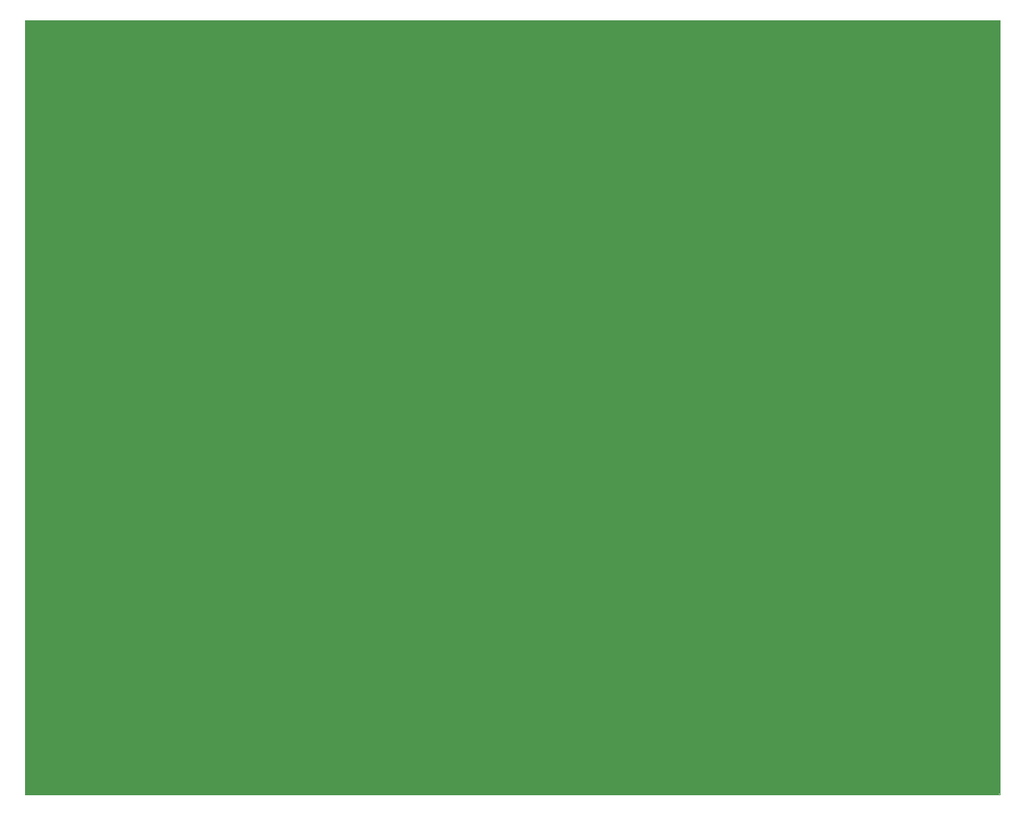
<source format=gbr>
%TF.GenerationSoftware,KiCad,Pcbnew,6.0.11+dfsg-1*%
%TF.CreationDate,2024-10-10T07:54:31+00:00*%
%TF.ProjectId,stoper,73746f70-6572-42e6-9b69-6361645f7063,rev?*%
%TF.SameCoordinates,Original*%
%TF.FileFunction,Profile,NP*%
%FSLAX46Y46*%
G04 Gerber Fmt 4.6, Leading zero omitted, Abs format (unit mm)*
G04 Created by KiCad (PCBNEW 6.0.11+dfsg-1) date 2024-10-10 07:54:31*
%MOMM*%
%LPD*%
G01*
G04 APERTURE LIST*
%TA.AperFunction,Profile*%
%ADD10C,0.100000*%
%TD*%
G04 APERTURE END LIST*
D10*
X176530000Y-129540000D02*
X71120000Y-129540000D01*
X71120000Y-129540000D02*
X71120000Y-45720000D01*
X71120000Y-45720000D02*
X176530000Y-45720000D01*
X176530000Y-45720000D02*
X176530000Y-129540000D01*
G36*
X176472121Y-45740002D02*
G01*
X176518614Y-45793658D01*
X176530000Y-45846000D01*
X176530000Y-129414000D01*
X176509998Y-129482121D01*
X176456342Y-129528614D01*
X176404000Y-129540000D01*
X71246000Y-129540000D01*
X71177879Y-129519998D01*
X71131386Y-129466342D01*
X71120000Y-129414000D01*
X71120000Y-45846000D01*
X71140002Y-45777879D01*
X71193658Y-45731386D01*
X71246000Y-45720000D01*
X176404000Y-45720000D01*
X176472121Y-45740002D01*
G37*
M02*

</source>
